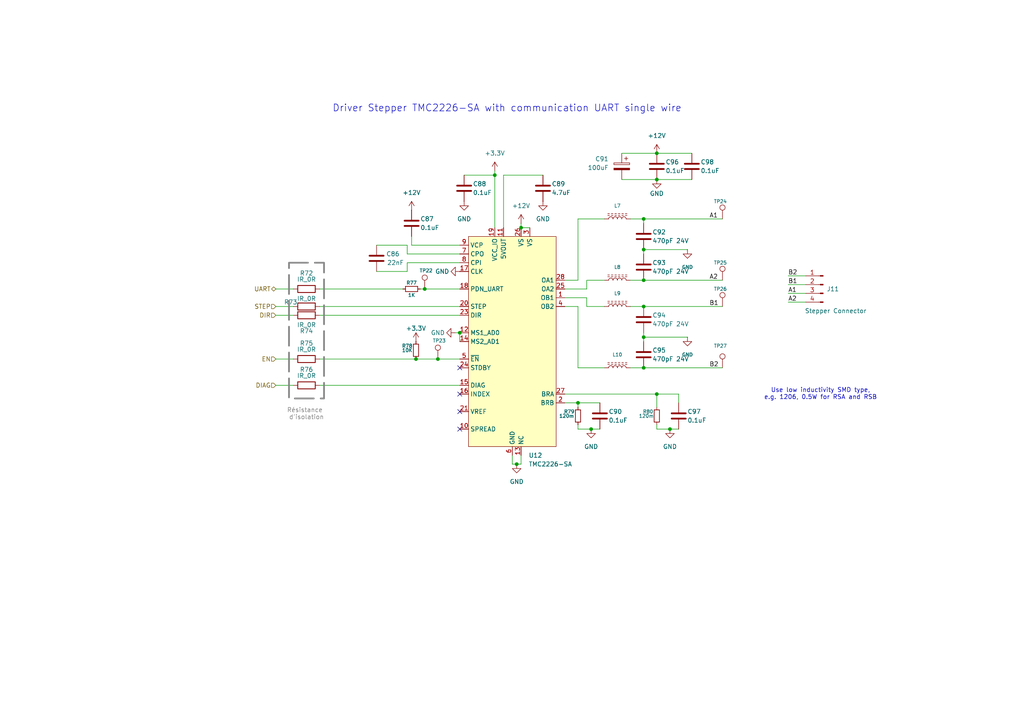
<source format=kicad_sch>
(kicad_sch (version 20231120) (generator "eeschema") (generator_version "8.0")
  (paper "A4")
  (lib_symbols
    (symbol "PnP_Mother_Board:+3.3V" (power) (pin_numbers hide) (pin_names (offset 0) hide)
      (property "Value" "+3.3V" (at 0 3.556 0))
      (symbol "+3.3V_0_1"
        (polyline (pts (xy -0.762 1.27) (xy 0 2.54)))
        (polyline (pts (xy 0 0) (xy 0 2.54)))
        (polyline (pts (xy 0 2.54) (xy 0.762 1.27)))
      )
      (symbol "+3.3V_1_1"
        (pin power_in line (at 0 0 90) (length 0) (name "~") (number "1"))
      )
    )
    (symbol "PnP_Mother_Board:+5V" (power) (pin_numbers hide) (pin_names (offset 0) hide)
      (property "Value" "+5V" (at 0 3.556 0))
      (symbol "+5V_0_1"
        (polyline (pts (xy -0.762 1.27) (xy 0 2.54)))
        (polyline (pts (xy 0 0) (xy 0 2.54)))
        (polyline (pts (xy 0 2.54) (xy 0.762 1.27)))
      )
      (symbol "+5V_1_1"
        (pin power_in line (at 0 0 90) (length 0) (name "~") (number "1"))
      )
    )
    (symbol "PnP_Mother_Board:C" (pin_numbers hide) (pin_names (offset 0.254))
      (property "Reference" "C" (at 0.635 2.54 0))
      (property "Value" "C" (at 0.635 -2.54 0))
      (symbol "C_0_1"
        (polyline (pts (xy -2.032 -0.762) (xy 2.032 -0.762)) (stroke (width 0.508)))
        (polyline (pts (xy -2.032 0.762) (xy 2.032 0.762)) (stroke (width 0.508)))
      )
      (symbol "C_1_1"
        (pin passive line (at 0 3.81 270) (length 2.794) (name "~") (number "1"))
        (pin passive line (at 0 -3.81 90) (length 2.794) (name "~") (number "2"))
      )
    )
    (symbol "PnP_Mother_Board:C_Polarized" (pin_numbers hide) (pin_names (offset 0.254))
      (property "Reference" "C" (at 0.635 2.54 0))
      (property "Value" "C_Polarized" (at 0.635 -2.54 0))
      (symbol "C_Polarized_0_1"
        (rectangle (start -2.286 0.508) (end 2.286 1.016))
        (polyline (pts (xy -1.778 2.286) (xy -0.762 2.286)))
        (polyline (pts (xy -1.27 2.794) (xy -1.27 1.778)))
        (rectangle (start 2.286 -0.508) (end -2.286 -1.016) (fill (type outline)))
      )
      (symbol "C_Polarized_1_1"
        (pin passive line (at 0 3.81 270) (length 2.794) (name "~") (number "1"))
        (pin passive line (at 0 -3.81 90) (length 2.794) (name "~") (number "2"))
      )
    )
    (symbol "PnP_Mother_Board:Conn_01x04_Pin" (pin_names (offset 1.016) hide)
      (property "Reference" "J" (at 0 5.08 0))
      (property "Value" "Conn_01x04_Pin" (at 0 -7.62 0))
      (symbol "Conn_01x04_Pin_1_1"
        (polyline (pts (xy 1.27 -5.08) (xy 0.8636 -5.08)) (stroke (width 0.1524)))
        (polyline (pts (xy 1.27 -2.54) (xy 0.8636 -2.54)) (stroke (width 0.1524)))
        (polyline (pts (xy 1.27 0) (xy 0.8636 0)) (stroke (width 0.1524)))
        (polyline (pts (xy 1.27 2.54) (xy 0.8636 2.54)) (stroke (width 0.1524)))
        (rectangle (start 0.8636 -4.953) (end 0 -5.207) (stroke (width 0.1524)) (fill (type outline)))
        (rectangle (start 0.8636 -2.413) (end 0 -2.667) (stroke (width 0.1524)) (fill (type outline)))
        (rectangle (start 0.8636 0.127) (end 0 -0.127) (stroke (width 0.1524)) (fill (type outline)))
        (rectangle (start 0.8636 2.667) (end 0 2.413) (stroke (width 0.1524)) (fill (type outline)))
        (pin passive line (at 5.08 2.54 180) (length 3.81) (name "Pin_1") (number "1"))
        (pin passive line (at 5.08 0 180) (length 3.81) (name "Pin_2") (number "2"))
        (pin passive line (at 5.08 -2.54 180) (length 3.81) (name "Pin_3") (number "3"))
        (pin passive line (at 5.08 -5.08 180) (length 3.81) (name "Pin_4") (number "4"))
      )
    )
    (symbol "PnP_Mother_Board:GND" (power) (pin_numbers hide) (pin_names (offset 0) hide)
      (property "Value" "GND" (at 0 -3.81 0))
      (symbol "GND_0_1"
        (polyline (pts (xy 0 0) (xy 0 -1.27) (xy 1.27 -1.27) (xy 0 -2.54) (xy -1.27 -1.27) (xy 0 -1.27)))
      )
      (symbol "GND_1_1"
        (pin power_in line (at 0 0 270) (length 0) (name "~") (number "1"))
      )
    )
    (symbol "PnP_Mother_Board:L_Ferrite" (pin_numbers hide) (pin_names (offset 1.016) hide)
      (property "Reference" "L" (at -1.27 0 90))
      (property "Value" "L_Ferrite" (at 2.794 0 90))
      (symbol "L_Ferrite_0_1"
        (arc (start 0 -2.54) (mid 0.6323 -1.905) (end 0 -1.27))
        (arc (start 0 -1.27) (mid 0.6323 -0.635) (end 0 0))
        (polyline (pts (xy 1.016 -2.794) (xy 1.016 -2.286)))
        (polyline (pts (xy 1.016 -1.778) (xy 1.016 -1.27)))
        (polyline (pts (xy 1.016 -0.762) (xy 1.016 -0.254)))
        (polyline (pts (xy 1.016 0.254) (xy 1.016 0.762)))
        (polyline (pts (xy 1.016 1.27) (xy 1.016 1.778)))
        (polyline (pts (xy 1.016 2.286) (xy 1.016 2.794)))
        (polyline (pts (xy 1.524 -2.286) (xy 1.524 -2.794)))
        (polyline (pts (xy 1.524 -1.27) (xy 1.524 -1.778)))
        (polyline (pts (xy 1.524 -0.254) (xy 1.524 -0.762)))
        (polyline (pts (xy 1.524 0.762) (xy 1.524 0.254)))
        (polyline (pts (xy 1.524 1.778) (xy 1.524 1.27)))
        (polyline (pts (xy 1.524 2.794) (xy 1.524 2.286)))
        (arc (start 0 0) (mid 0.6323 0.635) (end 0 1.27))
        (arc (start 0 1.27) (mid 0.6323 1.905) (end 0 2.54))
      )
      (symbol "L_Ferrite_1_1"
        (pin passive line (at 0 3.81 270) (length 1.27) (name "1") (number "1"))
        (pin passive line (at 0 -3.81 90) (length 1.27) (name "2") (number "2"))
      )
    )
    (symbol "PnP_Mother_Board:R" (pin_numbers hide) (pin_names (offset 0))
      (property "Reference" "R" (at 2.032 0 90))
      (property "Value" "R" (at 0 0 90))
      (symbol "R_0_1"
        (rectangle (start -1.016 -2.54) (end 1.016 2.54) (stroke (width 0.254)))
      )
      (symbol "R_1_1"
        (pin passive line (at 0 3.81 270) (length 1.27) (name "~") (number "1"))
        (pin passive line (at 0 -3.81 90) (length 1.27) (name "~") (number "2"))
      )
    )
    (symbol "PnP_Mother_Board:R_Small" (pin_numbers hide) (pin_names (offset 0.254) hide)
      (property "Reference" "R" (at 0.762 0.508 0))
      (property "Value" "R_Small" (at 0.762 -1.016 0))
      (symbol "R_Small_0_1"
        (rectangle (start -0.762 1.778) (end 0.762 -1.778) (stroke (width 0.2032)))
      )
      (symbol "R_Small_1_1"
        (pin passive line (at 0 2.54 270) (length 0.762) (name "~") (number "1"))
        (pin passive line (at 0 -2.54 90) (length 0.762) (name "~") (number "2"))
      )
    )
    (symbol "PnP_Mother_Board:TMC2226-SA"
      (property "Reference" "U" (at 0 0 0))
      (property "Value" "TMC2226-SA" (at 5.08 -2.54 0))
      (symbol "TMC2226-SA_1_1"
        (rectangle (start -12.7 30.48) (end 12.7 -30.48) (fill (type background)))
        (pin output line (at 15.24 12.7 180) (length 2.54) (name "OB1") (number "1"))
        (pin input line (at -15.24 -25.4 0) (length 2.54) (name "SPREAD") (number "10"))
        (pin power_out line (at -2.54 33.02 270) (length 2.54) (name "5VOUT") (number "11"))
        (pin input line (at -15.24 2.54 0) (length 2.54) (name "MS1_AD0") (number "12"))
        (pin passive line (at 2.54 -33.02 90) (length 2.54) (name "NC") (number "13"))
        (pin input line (at -15.24 0 0) (length 2.54) (name "MS2_AD1") (number "14"))
        (pin output line (at -15.24 -12.7 0) (length 2.54) (name "DIAG") (number "15"))
        (pin output line (at -15.24 -15.24 0) (length 2.54) (name "INDEX") (number "16"))
        (pin input line (at -15.24 20.32 0) (length 2.54) (name "CLK") (number "17"))
        (pin bidirectional line (at -15.24 15.24 0) (length 2.54) (name "PDN_UART") (number "18"))
        (pin power_in line (at -5.08 33.02 270) (length 2.54) (name "VCC_IO") (number "19"))
        (pin passive line (at 15.24 -17.78 180) (length 2.54) (name "BRB") (number "2"))
        (pin input line (at -15.24 10.16 0) (length 2.54) (name "STEP") (number "20"))
        (pin passive line (at -15.24 -20.32 0) (length 2.54) (name "VREF") (number "21"))
        (pin passive line (at 0 -33.02 90) (length 2.54) hide (name "GND") (number "22"))
        (pin input line (at -15.24 7.62 0) (length 2.54) (name "DIR") (number "23"))
        (pin input line (at -15.24 -7.62 0) (length 2.54) (name "STDBY") (number "24"))
        (pin output line (at 15.24 15.24 180) (length 2.54) (name "OA2") (number "25"))
        (pin power_in line (at 2.54 33.02 270) (length 2.54) (name "VS") (number "26"))
        (pin passive line (at 15.24 -15.24 180) (length 2.54) (name "BRA") (number "27"))
        (pin output line (at 15.24 17.78 180) (length 2.54) (name "OA1") (number "28"))
        (pin passive line (at 0 -33.02 90) (length 2.54) hide (name "GND") (number "29"))
        (pin power_in line (at 5.08 33.02 270) (length 2.54) (name "VS") (number "3"))
        (pin output line (at 15.24 10.16 180) (length 2.54) (name "OB2") (number "4"))
        (pin input line (at -15.24 -5.08 0) (length 2.54) (name "~{EN}") (number "5"))
        (pin power_in line (at 0 -33.02 90) (length 2.54) (name "GND") (number "6"))
        (pin input line (at -15.24 25.4 0) (length 2.54) (name "CPO") (number "7"))
        (pin input line (at -15.24 22.86 0) (length 2.54) (name "CPI") (number "8"))
        (pin passive line (at -15.24 27.94 0) (length 2.54) (name "VCP") (number "9"))
      )
    )
    (symbol "PnP_Mother_Board:TestPoint" (pin_numbers hide) (pin_names (offset 0.762) hide)
      (property "Reference" "TP" (at 0 6.858 0))
      (property "Value" "TestPoint" (at 0 5.08 0))
      (symbol "TestPoint_0_1"
        (circle (center 0 3.302) (radius 0.762))
      )
      (symbol "TestPoint_1_1"
        (pin passive line (at 0 0 90) (length 2.54) (name "1") (number "1"))
      )
    )
  )
  (junction (at 190.5 52.07))
  (junction (at 186.69 72.39))
  (junction (at 143.51 50.8))
  (junction (at 123.19 83.82))
  (junction (at 167.64 116.84))
  (junction (at 186.69 88.9))
  (junction (at 194.31 124.46))
  (junction (at 171.45 124.46))
  (junction (at 186.69 106.68))
  (junction (at 190.5 114.3))
  (junction (at 127 104.14))
  (junction (at 186.69 81.28))
  (junction (at 133.35 96.52))
  (junction (at 186.69 97.79))
  (junction (at 149.86 134.62))
  (junction (at 190.5 44.45))
  (junction (at 120.65 104.14))
  (junction (at 151.13 66.04))
  (junction (at 186.69 63.5))
  (no_connect (at 133.35 114.3))
  (no_connect (at 133.35 119.38))
  (no_connect (at 133.35 124.46))
  (no_connect (at 133.35 106.68))
  (wire (pts (xy 143.51 50.8) (xy 134.62 50.8)))
  (wire (pts (xy 186.69 97.79) (xy 186.69 99.06)))
  (wire (pts (xy 190.5 124.46) (xy 194.31 124.46)))
  (wire (pts (xy 127 104.14) (xy 133.35 104.14)))
  (wire (pts (xy 163.83 81.28) (xy 167.64 81.28)))
  (wire (pts (xy 120.65 104.14) (xy 127 104.14)))
  (wire (pts (xy 132.08 96.52) (xy 133.35 96.52)))
  (wire (pts (xy 186.69 63.5) (xy 209.55 63.5)))
  (wire (pts (xy 190.5 52.07) (xy 200.66 52.07)))
  (wire (pts (xy 182.88 63.5) (xy 186.69 63.5)))
  (wire (pts (xy 186.69 63.5) (xy 186.69 64.77)))
  (wire (pts (xy 163.83 116.84) (xy 167.64 116.84)))
  (wire (pts (xy 146.05 66.04) (xy 146.05 50.8)))
  (wire (pts (xy 199.39 72.39) (xy 186.69 72.39)))
  (wire (pts (xy 186.69 81.28) (xy 209.55 81.28)))
  (wire (pts (xy 151.13 134.62) (xy 149.86 134.62)))
  (wire (pts (xy 170.18 86.36) (xy 170.18 88.9)))
  (wire (pts (xy 80.01 91.44) (xy 85.09 91.44)))
  (wire (pts (xy 190.5 114.3) (xy 163.83 114.3)))
  (wire (pts (xy 199.39 97.79) (xy 186.69 97.79)))
  (wire (pts (xy 186.69 106.68) (xy 209.55 106.68)))
  (wire (pts (xy 186.69 72.39) (xy 186.69 73.66)))
  (wire (pts (xy 194.31 124.46) (xy 196.85 124.46)))
  (wire (pts (xy 121.92 83.82) (xy 123.19 83.82)))
  (wire (pts (xy 170.18 81.28) (xy 175.26 81.28)))
  (wire (pts (xy 163.83 83.82) (xy 170.18 83.82)))
  (wire (pts (xy 196.85 116.84) (xy 196.85 114.3)))
  (wire (pts (xy 80.01 88.9) (xy 85.09 88.9)))
  (wire (pts (xy 92.71 91.44) (xy 133.35 91.44)))
  (wire (pts (xy 143.51 50.8) (xy 143.51 66.04)))
  (wire (pts (xy 182.88 106.68) (xy 186.69 106.68)))
  (wire (pts (xy 118.11 76.2) (xy 133.35 76.2)))
  (wire (pts (xy 92.71 104.14) (xy 120.65 104.14)))
  (wire (pts (xy 92.71 88.9) (xy 133.35 88.9)))
  (wire (pts (xy 196.85 114.3) (xy 190.5 114.3)))
  (wire (pts (xy 171.45 124.46) (xy 173.99 124.46)))
  (wire (pts (xy 190.5 123.19) (xy 190.5 124.46)))
  (wire (pts (xy 186.69 88.9) (xy 209.55 88.9)))
  (wire (pts (xy 92.71 111.76) (xy 133.35 111.76)))
  (wire (pts (xy 92.71 83.82) (xy 116.84 83.82)))
  (wire (pts (xy 167.64 116.84) (xy 167.64 118.11)))
  (wire (pts (xy 123.19 83.82) (xy 133.35 83.82)))
  (wire (pts (xy 180.34 44.45) (xy 190.5 44.45)))
  (wire (pts (xy 119.38 68.58) (xy 119.38 71.12)))
  (wire (pts (xy 167.64 63.5) (xy 175.26 63.5)))
  (wire (pts (xy 228.6 80.01) (xy 233.68 80.01)))
  (wire (pts (xy 170.18 88.9) (xy 175.26 88.9)))
  (wire (pts (xy 118.11 73.66) (xy 118.11 71.12)))
  (wire (pts (xy 151.13 132.08) (xy 151.13 134.62)))
  (wire (pts (xy 167.64 123.19) (xy 167.64 124.46)))
  (wire (pts (xy 80.01 104.14) (xy 85.09 104.14)))
  (wire (pts (xy 118.11 78.74) (xy 118.11 76.2)))
  (wire (pts (xy 80.01 83.82) (xy 85.09 83.82)))
  (wire (pts (xy 146.05 50.8) (xy 157.48 50.8)))
  (wire (pts (xy 175.26 106.68) (xy 167.64 106.68)))
  (wire (pts (xy 182.88 81.28) (xy 186.69 81.28)))
  (wire (pts (xy 167.64 116.84) (xy 173.99 116.84)))
  (wire (pts (xy 190.5 114.3) (xy 190.5 118.11)))
  (wire (pts (xy 133.35 96.52) (xy 133.35 99.06)))
  (wire (pts (xy 149.86 134.62) (xy 148.59 134.62)))
  (wire (pts (xy 190.5 44.45) (xy 200.66 44.45)))
  (wire (pts (xy 180.34 52.07) (xy 190.5 52.07)))
  (wire (pts (xy 228.6 85.09) (xy 233.68 85.09)))
  (wire (pts (xy 151.13 64.77) (xy 151.13 66.04)))
  (wire (pts (xy 133.35 73.66) (xy 118.11 73.66)))
  (wire (pts (xy 151.13 66.04) (xy 153.67 66.04)))
  (wire (pts (xy 143.51 49.53) (xy 143.51 50.8)))
  (wire (pts (xy 182.88 88.9) (xy 186.69 88.9)))
  (wire (pts (xy 119.38 71.12) (xy 133.35 71.12)))
  (wire (pts (xy 109.22 78.74) (xy 118.11 78.74)))
  (wire (pts (xy 170.18 81.28) (xy 170.18 83.82)))
  (wire (pts (xy 163.83 86.36) (xy 170.18 86.36)))
  (wire (pts (xy 228.6 87.63) (xy 233.68 87.63)))
  (wire (pts (xy 167.64 106.68) (xy 167.64 88.9)))
  (wire (pts (xy 186.69 96.52) (xy 186.69 97.79)))
  (wire (pts (xy 228.6 82.55) (xy 233.68 82.55)))
  (wire (pts (xy 167.64 81.28) (xy 167.64 63.5)))
  (wire (pts (xy 148.59 132.08) (xy 148.59 134.62)))
  (wire (pts (xy 163.83 88.9) (xy 167.64 88.9)))
  (wire (pts (xy 118.11 71.12) (xy 109.22 71.12)))
  (wire (pts (xy 167.64 124.46) (xy 171.45 124.46)))
  (wire (pts (xy 80.01 111.76) (xy 85.09 111.76)))
  (rectangle (start 83.82 76.2) (end 93.98 115.57) (stroke (width 0.5) (type dash) (color 132 132 132 1)))
  (text "Driver Stepper TMC2226-SA with communication UART single wire\n" (at 147.066 31.496 0) (effects (font (size 2 2))))
  (text "Use low inductivity SMD type,\ne.g. 1206, 0.5W for RSA and RSB" (at 237.998 114.3 0) (effects (font (size 1.27 1.27))))
  (text "Résistance \nd'isolation" (at 88.9 120.142 0) (effects (font (size 1.27 1.27))))
  (label "A2" (at 205.74 81.28 0))
  (label "A2" (at 228.6 87.63 0))
  (label "A1" (at 228.6 85.09 0))
  (label "A1" (at 205.74 63.5 0))
  (label "B1" (at 228.6 82.55 0))
  (label "B2" (at 228.6 80.01 0))
  (label "B1" (at 205.74 88.9 0))
  (label "B2" (at 205.74 106.68 0))
  (hierarchical_label "DIAG" (shape input) (at 80.01 111.76 180))
  (hierarchical_label "UART" (shape bidirectional) (at 80.01 83.82 180))
  (hierarchical_label "STEP" (shape input) (at 80.01 88.9 180))
  (hierarchical_label "EN" (shape input) (at 80.01 104.14 180))
  (hierarchical_label "DIR" (shape input) (at 80.01 91.44 180))
  (symbol (lib_id "PnP_Mother_Board:+3.3V") (at 120.65 99.06 0) (unit 1)
    (property "Reference" "#PWR0109" (effects (hide yes)))
    (property "Value" "+3.3V" (at 120.65 95.25 0))
    (property "Description" "Power symbol creates a global label with name \"+3.3V\"" (effects (hide yes)))
    (instances (project "PnP_Mother_Board" (path "" (reference "#PWR0109") (unit 1)) (path "" (reference "#PWR0124") (unit 1)) (path "" (reference "#PWR094") (unit 1))))
  )
  (symbol (lib_id "PnP_Mother_Board:R") (at 88.9 104.14 90) (unit 1)
    (property "Reference" "R75" (at 88.9 99.568 90))
    (property "Value" "IR_0R" (at 88.9 101.346 90))
    (property "Footprint" "Resistor_SMD:R_0805_2012Metric_Pad1.20x1.40mm_HandSolder" (effects (hide yes)))
    (property "Description" "Resistor" (effects (hide yes)))
    (instances (project "PnP_Mother_Board" (path "" (reference "R75") (unit 1)) (path "" (reference "R84") (unit 1)) (path "" (reference "R66") (unit 1))))
  )
  (symbol (lib_id "PnP_Mother_Board:Conn_01x04_Pin") (at 238.76 82.55 0) (mirror y) (unit 1)
    (property "Reference" "J11" (at 239.776 83.82 0) (effects (justify right)))
    (property "Value" "Stepper Connector" (at 233.426 90.17 0) (effects (justify right)))
    (property "Description" "Generic connector, single row, 01x04, script generated" (effects (hide yes)))
    (instances (project "PnP_Mother_Board" (path "" (reference "J11") (unit 1)) (path "" (reference "J12") (unit 1)) (path "" (reference "J10") (unit 1))))
  )
  (symbol (lib_id "PnP_Mother_Board:R_Small") (at 167.64 120.65 180) (unit 1)
    (property "Reference" "R79" (at 165.1 119.38 0) (effects (font (size 1 1))))
    (property "Value" "120m" (at 164.338 120.65 0) (effects (font (size 1 1))))
    (property "Footprint" "Resistor_SMD:R_0805_2012Metric_Pad1.20x1.40mm_HandSolder" (effects (hide yes)))
    (property "JLCPCB" "C17513" (effects (hide yes)))
    (property "LCSC" "C17513" (effects (hide yes)))
    (instances (project "PnP_Mother_Board" (path "" (reference "R79") (unit 1)) (path "" (reference "R88") (unit 1)) (path "" (reference "R70") (unit 1))))
  )
  (symbol (lib_id "PnP_Mother_Board:TestPoint") (at 209.55 81.28 0) (unit 1)
    (property "Reference" "TP25" (at 207.01 76.2 0) (effects (font (size 1 1)) (justify left)))
    (property "Value" "TestPoint" (effects (hide yes)))
    (property "Footprint" "TestPoint:TestPoint_Keystone_5000-5004_Miniature" (effects (hide yes)))
    (property "Description" "test point" (effects (hide yes)))
    (instances (project "PnP_Mother_Board" (path "" (reference "TP25") (unit 1)) (path "" (reference "TP31") (unit 1)) (path "" (reference "TP19") (unit 1))))
  )
  (symbol (lib_id "PnP_Mother_Board:R") (at 88.9 83.82 90) (unit 1)
    (property "Reference" "R72" (at 88.9 79.248 90))
    (property "Value" "IR_0R" (at 88.9 81.026 90))
    (property "Footprint" "Resistor_SMD:R_0805_2012Metric_Pad1.20x1.40mm_HandSolder" (effects (hide yes)))
    (property "Description" "Resistor" (effects (hide yes)))
    (instances (project "PnP_Mother_Board" (path "" (reference "R72") (unit 1)) (path "" (reference "R81") (unit 1)) (path "" (reference "R63") (unit 1))))
  )
  (symbol (lib_id "PnP_Mother_Board:GND") (at 134.62 58.42 0) (unit 1)
    (property "Reference" "#PWR0112" (effects (hide yes)))
    (property "Value" "GND" (at 134.62 63.5 0))
    (property "Description" "Power symbol creates a global label with name \"GND\" , ground" (effects (hide yes)))
    (instances (project "PnP_Mother_Board" (path "" (reference "#PWR0112") (unit 1)) (path "" (reference "#PWR0127") (unit 1)) (path "" (reference "#PWR097") (unit 1))))
  )
  (symbol (lib_id "PnP_Mother_Board:C") (at 196.85 120.65 0) (unit 1)
    (property "Reference" "C97" (at 199.39 119.38 0) (effects (justify left)))
    (property "Value" "0.1uF" (at 199.39 121.92 0) (effects (justify left)))
    (property "Footprint" "Capacitor_SMD:C_0805_2012Metric_Pad1.18x1.45mm_HandSolder" (effects (hide yes)))
    (property "Description" "Unpolarized capacitor" (effects (hide yes)))
    (instances (project "PnP_Mother_Board" (path "" (reference "C97") (unit 1)) (path "" (reference "C110") (unit 1)) (path "" (reference "C84") (unit 1))))
  )
  (symbol (lib_id "PnP_Mother_Board:R_Small") (at 120.65 101.6 180) (unit 1)
    (property "Reference" "R78" (at 118.11 100.33 0) (effects (font (size 1 1))))
    (property "Value" "10K" (at 118.11 101.6 0) (effects (font (size 1 1))))
    (property "Footprint" "Resistor_SMD:R_0805_2012Metric_Pad1.20x1.40mm_HandSolder" (effects (hide yes)))
    (property "JLCPCB" "C17513" (effects (hide yes)))
    (property "LCSC" "C17513" (effects (hide yes)))
    (instances (project "PnP_Mother_Board" (path "" (reference "R78") (unit 1)) (path "" (reference "R87") (unit 1)) (path "" (reference "R69") (unit 1))))
  )
  (symbol (lib_id "PnP_Mother_Board:L_Ferrite") (at 179.07 63.5 90) (unit 1)
    (property "Reference" "L7" (at 179.07 59.69 90) (effects (font (size 1 1))))
    (property "Value" "L_Ferrite" (effects (hide yes)))
    (property "Footprint" "Inductor_SMD:L_0805_2012Metric" (effects (hide yes)))
    (property "JLCPCB" "C307776" (effects (hide yes)))
    (property "LCSC" "C307776" (effects (hide yes)))
    (instances (project "PnP_Mother_Board" (path "" (reference "L7") (unit 1)) (path "" (reference "L11") (unit 1)) (path "" (reference "L3") (unit 1))))
  )
  (symbol (lib_id "PnP_Mother_Board:+5V") (at 119.38 60.96 0) (unit 1)
    (property "Reference" "#PWR0108" (effects (hide yes)))
    (property "Value" "+12V" (at 119.38 55.88 0))
    (property "Description" "Power symbol creates a global label with name \"+5V\"" (effects (hide yes)))
    (instances (project "PnP_Mother_Board" (path "" (reference "#PWR0108") (unit 1)) (path "" (reference "#PWR0123") (unit 1)) (path "" (reference "#PWR093") (unit 1))))
  )
  (symbol (lib_id "PnP_Mother_Board:C") (at 173.99 120.65 0) (unit 1)
    (property "Reference" "C90" (at 176.53 119.38 0) (effects (justify left)))
    (property "Value" "0.1uF" (at 176.53 121.92 0) (effects (justify left)))
    (property "Footprint" "Capacitor_SMD:C_0805_2012Metric_Pad1.18x1.45mm_HandSolder" (effects (hide yes)))
    (property "Description" "Unpolarized capacitor" (effects (hide yes)))
    (instances (project "PnP_Mother_Board" (path "" (reference "C90") (unit 1)) (path "" (reference "C103") (unit 1)) (path "" (reference "C77") (unit 1))))
  )
  (symbol (lib_id "PnP_Mother_Board:C") (at 190.5 48.26 0) (unit 1)
    (property "Reference" "C96" (at 193.04 46.99 0) (effects (justify left)))
    (property "Value" "0.1uF" (at 193.04 49.53 0) (effects (justify left)))
    (property "Footprint" "Capacitor_SMD:C_0805_2012Metric_Pad1.18x1.45mm_HandSolder" (effects (hide yes)))
    (property "Description" "Unpolarized capacitor" (effects (hide yes)))
    (instances (project "PnP_Mother_Board" (path "" (reference "C96") (unit 1)) (path "" (reference "C109") (unit 1)) (path "" (reference "C83") (unit 1))))
  )
  (symbol (lib_id "PnP_Mother_Board:R") (at 88.9 91.44 270) (unit 1)
    (property "Reference" "R74" (at 88.9 96.012 90))
    (property "Value" "IR_0R" (at 88.9 94.234 90))
    (property "Footprint" "Resistor_SMD:R_0805_2012Metric_Pad1.20x1.40mm_HandSolder" (effects (hide yes)))
    (property "Description" "Resistor" (effects (hide yes)))
    (instances (project "PnP_Mother_Board" (path "" (reference "R74") (unit 1)) (path "" (reference "R83") (unit 1)) (path "" (reference "R65") (unit 1))))
  )
  (symbol (lib_id "PnP_Mother_Board:R") (at 88.9 88.9 90) (unit 1)
    (property "Reference" "R73" (at 84.328 87.63 90))
    (property "Value" "IR_0R" (at 88.9 86.614 90))
    (property "Footprint" "Resistor_SMD:R_0805_2012Metric_Pad1.20x1.40mm_HandSolder" (effects (hide yes)))
    (property "Description" "Resistor" (effects (hide yes)))
    (instances (project "PnP_Mother_Board" (path "" (reference "R73") (unit 1)) (path "" (reference "R82") (unit 1)) (path "" (reference "R64") (unit 1))))
  )
  (symbol (lib_id "PnP_Mother_Board:GND") (at 194.31 124.46 0) (unit 1)
    (property "Reference" "#PWR0120" (effects (hide yes)))
    (property "Value" "GND" (at 194.31 129.54 0))
    (property "Description" "Power symbol creates a global label with name \"GND\" , ground" (effects (hide yes)))
    (instances (project "PnP_Mother_Board" (path "" (reference "#PWR0120") (unit 1)) (path "" (reference "#PWR0135") (unit 1)) (path "" (reference "#PWR0105") (unit 1))))
  )
  (symbol (lib_id "PnP_Mother_Board:C") (at 186.69 102.87 0) (unit 1)
    (property "Reference" "C95" (at 189.23 101.6 0) (effects (justify left)))
    (property "Value" "470pF 24V" (at 189.23 104.14 0) (effects (justify left)))
    (property "Footprint" "Capacitor_SMD:C_0805_2012Metric_Pad1.18x1.45mm_HandSolder" (effects (hide yes)))
    (property "Description" "Unpolarized capacitor" (effects (hide yes)))
    (instances (project "PnP_Mother_Board" (path "" (reference "C95") (unit 1)) (path "" (reference "C108") (unit 1)) (path "" (reference "C82") (unit 1))))
  )
  (symbol (lib_id "PnP_Mother_Board:TestPoint") (at 209.55 88.9 0) (unit 1)
    (property "Reference" "TP26" (at 207.01 83.82 0) (effects (font (size 1 1)) (justify left)))
    (property "Value" "TestPoint" (effects (hide yes)))
    (property "Footprint" "TestPoint:TestPoint_Keystone_5000-5004_Miniature" (effects (hide yes)))
    (property "Description" "test point" (effects (hide yes)))
    (instances (project "PnP_Mother_Board" (path "" (reference "TP26") (unit 1)) (path "" (reference "TP32") (unit 1)) (path "" (reference "TP20") (unit 1))))
  )
  (symbol (lib_id "PnP_Mother_Board:C") (at 109.22 74.93 0) (unit 1)
    (property "Reference" "C86" (at 112.014 73.66 0) (effects (justify left)))
    (property "Value" "22nF" (at 112.268 76.2 0) (effects (justify left)))
    (property "Footprint" "Capacitor_SMD:C_0805_2012Metric_Pad1.18x1.45mm_HandSolder" (effects (hide yes)))
    (property "Description" "Unpolarized capacitor" (effects (hide yes)))
    (instances (project "PnP_Mother_Board" (path "" (reference "C86") (unit 1)) (path "" (reference "C99") (unit 1)) (path "" (reference "C73") (unit 1))))
  )
  (symbol (lib_id "PnP_Mother_Board:TestPoint") (at 209.55 63.5 0) (unit 1)
    (property "Reference" "TP24" (at 207.01 58.42 0) (effects (font (size 1 1)) (justify left)))
    (property "Value" "TestPoint" (effects (hide yes)))
    (property "Footprint" "TestPoint:TestPoint_Keystone_5000-5004_Miniature" (effects (hide yes)))
    (property "Description" "test point" (effects (hide yes)))
    (instances (project "PnP_Mother_Board" (path "" (reference "TP24") (unit 1)) (path "" (reference "TP30") (unit 1)) (path "" (reference "TP18") (unit 1))))
  )
  (symbol (lib_id "PnP_Mother_Board:+5V") (at 190.5 44.45 0) (unit 1)
    (property "Reference" "#PWR0118" (effects (hide yes)))
    (property "Value" "+12V" (at 190.5 39.37 0))
    (property "Description" "Power symbol creates a global label with name \"+5V\"" (effects (hide yes)))
    (instances (project "PnP_Mother_Board" (path "" (reference "#PWR0118") (unit 1)) (path "" (reference "#PWR0133") (unit 1)) (path "" (reference "#PWR0103") (unit 1))))
  )
  (symbol (lib_id "PnP_Mother_Board:TestPoint") (at 127 104.14 0) (unit 1)
    (property "Reference" "TP23" (at 125.476 98.806 0) (effects (font (size 1 1)) (justify left)))
    (property "Value" "TestPoint" (effects (hide yes)))
    (property "Footprint" "TestPoint:TestPoint_Pad_D2.0mm" (effects (hide yes)))
    (property "Description" "test point" (effects (hide yes)))
    (instances (project "PnP_Mother_Board" (path "" (reference "TP23") (unit 1)) (path "" (reference "TP29") (unit 1)) (path "" (reference "TP17") (unit 1))))
  )
  (symbol (lib_id "PnP_Mother_Board:C") (at 134.62 54.61 0) (unit 1)
    (property "Reference" "C88" (at 137.16 53.34 0) (effects (justify left)))
    (property "Value" "0.1uF" (at 137.16 55.88 0) (effects (justify left)))
    (property "Footprint" "Capacitor_SMD:C_0805_2012Metric_Pad1.18x1.45mm_HandSolder" (effects (hide yes)))
    (property "Description" "Unpolarized capacitor" (effects (hide yes)))
    (instances (project "PnP_Mother_Board" (path "" (reference "C88") (unit 1)) (path "" (reference "C101") (unit 1)) (path "" (reference "C75") (unit 1))))
  )
  (symbol (lib_id "PnP_Mother_Board:GND") (at 199.39 72.39 0) (unit 1)
    (property "Reference" "#PWR0121" (effects (hide yes)))
    (property "Value" "GND" (at 199.39 77.47 0) (effects (font (size 1 1))))
    (instances (project "PnP_Mother_Board" (path "" (reference "#PWR0121") (unit 1)) (path "" (reference "#PWR0136") (unit 1)) (path "" (reference "#PWR0106") (unit 1))))
  )
  (symbol (lib_id "PnP_Mother_Board:L_Ferrite") (at 179.07 81.28 90) (unit 1)
    (property "Reference" "L8" (at 179.07 77.47 90) (effects (font (size 1 1))))
    (property "Value" "L_Ferrite" (effects (hide yes)))
    (property "Footprint" "Inductor_SMD:L_0805_2012Metric" (effects (hide yes)))
    (property "JLCPCB" "C307776" (effects (hide yes)))
    (property "LCSC" "C307776" (effects (hide yes)))
    (instances (project "PnP_Mother_Board" (path "" (reference "L8") (unit 1)) (path "" (reference "L12") (unit 1)) (path "" (reference "L4") (unit 1))))
  )
  (symbol (lib_id "PnP_Mother_Board:C") (at 157.48 54.61 0) (unit 1)
    (property "Reference" "C89" (at 160.02 53.34 0) (effects (justify left)))
    (property "Value" "4.7uF" (at 160.02 55.88 0) (effects (justify left)))
    (property "Footprint" "Capacitor_SMD:C_0805_2012Metric_Pad1.18x1.45mm_HandSolder" (effects (hide yes)))
    (property "Description" "Unpolarized capacitor" (effects (hide yes)))
    (instances (project "PnP_Mother_Board" (path "" (reference "C89") (unit 1)) (path "" (reference "C102") (unit 1)) (path "" (reference "C76") (unit 1))))
  )
  (symbol (lib_id "PnP_Mother_Board:R_Small") (at 190.5 120.65 180) (unit 1)
    (property "Reference" "R80" (at 187.96 119.38 0) (effects (font (size 1 1))))
    (property "Value" "120m" (at 187.452 120.65 0) (effects (font (size 1 1))))
    (property "Footprint" "Resistor_SMD:R_0805_2012Metric_Pad1.20x1.40mm_HandSolder" (effects (hide yes)))
    (property "JLCPCB" "C17513" (effects (hide yes)))
    (property "LCSC" "C17513" (effects (hide yes)))
    (instances (project "PnP_Mother_Board" (path "" (reference "R80") (unit 1)) (path "" (reference "R89") (unit 1)) (path "" (reference "R71") (unit 1))))
  )
  (symbol (lib_id "PnP_Mother_Board:+3.3V") (at 143.51 49.53 0) (unit 1)
    (property "Reference" "#PWR0113" (effects (hide yes)))
    (property "Value" "+3.3V" (at 143.51 44.45 0))
    (property "Description" "Power symbol creates a global label with name \"+3.3V\"" (effects (hide yes)))
    (instances (project "PnP_Mother_Board" (path "" (reference "#PWR0113") (unit 1)) (path "" (reference "#PWR0128") (unit 1)) (path "" (reference "#PWR098") (unit 1))))
  )
  (symbol (lib_id "PnP_Mother_Board:C") (at 119.38 64.77 0) (unit 1)
    (property "Reference" "C87" (at 121.92 63.5 0) (effects (justify left)))
    (property "Value" "0.1uF" (at 121.92 66.04 0) (effects (justify left)))
    (property "Footprint" "Capacitor_SMD:C_0805_2012Metric_Pad1.18x1.45mm_HandSolder" (effects (hide yes)))
    (property "Description" "Unpolarized capacitor" (effects (hide yes)))
    (instances (project "PnP_Mother_Board" (path "" (reference "C87") (unit 1)) (path "" (reference "C100") (unit 1)) (path "" (reference "C74") (unit 1))))
  )
  (symbol (lib_id "PnP_Mother_Board:R") (at 88.9 111.76 90) (unit 1)
    (property "Reference" "R76" (at 88.9 107.188 90))
    (property "Value" "IR_0R" (at 88.9 108.966 90))
    (property "Footprint" "Resistor_SMD:R_0805_2012Metric_Pad1.20x1.40mm_HandSolder" (effects (hide yes)))
    (property "Description" "Resistor" (effects (hide yes)))
    (instances (project "PnP_Mother_Board" (path "" (reference "R76") (unit 1)) (path "" (reference "R85") (unit 1)) (path "" (reference "R67") (unit 1))))
  )
  (symbol (lib_id "PnP_Mother_Board:GND") (at 171.45 124.46 0) (unit 1)
    (property "Reference" "#PWR0117" (effects (hide yes)))
    (property "Value" "GND" (at 171.45 129.54 0))
    (property "Description" "Power symbol creates a global label with name \"GND\" , ground" (effects (hide yes)))
    (instances (project "PnP_Mother_Board" (path "" (reference "#PWR0117") (unit 1)) (path "" (reference "#PWR0132") (unit 1)) (path "" (reference "#PWR0102") (unit 1))))
  )
  (symbol (lib_id "PnP_Mother_Board:C") (at 200.66 48.26 0) (unit 1)
    (property "Reference" "C98" (at 203.2 46.99 0) (effects (justify left)))
    (property "Value" "0.1uF" (at 203.2 49.53 0) (effects (justify left)))
    (property "Footprint" "Capacitor_SMD:C_0805_2012Metric_Pad1.18x1.45mm_HandSolder" (effects (hide yes)))
    (property "Description" "Unpolarized capacitor" (effects (hide yes)))
    (instances (project "PnP_Mother_Board" (path "" (reference "C98") (unit 1)) (path "" (reference "C111") (unit 1)) (path "" (reference "C85") (unit 1))))
  )
  (symbol (lib_id "PnP_Mother_Board:GND") (at 157.48 58.42 0) (unit 1)
    (property "Reference" "#PWR0116" (effects (hide yes)))
    (property "Value" "GND" (at 157.48 63.5 0))
    (property "Description" "Power symbol creates a global label with name \"GND\" , ground" (effects (hide yes)))
    (instances (project "PnP_Mother_Board" (path "" (reference "#PWR0116") (unit 1)) (path "" (reference "#PWR0131") (unit 1)) (path "" (reference "#PWR0101") (unit 1))))
  )
  (symbol (lib_id "PnP_Mother_Board:GND") (at 199.39 97.79 0) (unit 1)
    (property "Reference" "#PWR0122" (effects (hide yes)))
    (property "Value" "GND" (at 199.39 102.87 0) (effects (font (size 1 1))))
    (instances (project "PnP_Mother_Board" (path "" (reference "#PWR0122") (unit 1)) (path "" (reference "#PWR0137") (unit 1)) (path "" (reference "#PWR0107") (unit 1))))
  )
  (symbol (lib_id "PnP_Mother_Board:C") (at 186.69 77.47 0) (unit 1)
    (property "Reference" "C93" (at 189.23 76.2 0) (effects (justify left)))
    (property "Value" "470pF 24V" (at 189.23 78.74 0) (effects (justify left)))
    (property "Footprint" "Capacitor_SMD:C_0805_2012Metric_Pad1.18x1.45mm_HandSolder" (effects (hide yes)))
    (property "Description" "Unpolarized capacitor" (effects (hide yes)))
    (instances (project "PnP_Mother_Board" (path "" (reference "C93") (unit 1)) (path "" (reference "C106") (unit 1)) (path "" (reference "C80") (unit 1))))
  )
  (symbol (lib_id "PnP_Mother_Board:TMC2226-SA") (at 148.59 99.06 0) (unit 1)
    (property "Reference" "U12" (at 153.3241 132.08 0) (effects (justify left)))
    (property "Value" "TMC2226-SA" (at 153.3241 134.62 0) (effects (justify left)))
    (property "Footprint" "Package_SO:HTSSOP-28-1EP_4.4x9.7mm_P0.65mm_EP2.75x6.2mm_ThermalVias" (effects (hide yes)))
    (property "Datasheet" "https://www.trinamic.com/fileadmin/assets/Products/ICs_Documents/TMC2226_datasheet_rev1.10.pdf" (effects (hide yes)))
    (property "Description" "Power Driver For Stepper Motors, 2.0A, 4.75-29V, HTSSOP-28" (effects (hide yes)))
    (instances (project "PnP_Mother_Board" (path "" (reference "U12") (unit 1)) (path "" (reference "U13") (unit 1)) (path "" (reference "U11") (unit 1))))
  )
  (symbol (lib_id "PnP_Mother_Board:TestPoint") (at 123.19 83.82 0) (unit 1)
    (property "Reference" "TP22" (at 121.666 78.486 0) (effects (font (size 1 1)) (justify left)))
    (property "Value" "TestPoint" (effects (hide yes)))
    (property "Footprint" "TestPoint:TestPoint_Pad_D2.0mm" (effects (hide yes)))
    (property "Description" "test point" (effects (hide yes)))
    (instances (project "PnP_Mother_Board" (path "" (reference "TP22") (unit 1)) (path "" (reference "TP28") (unit 1)) (path "" (reference "TP16") (unit 1))))
  )
  (symbol (lib_id "PnP_Mother_Board:GND") (at 149.86 134.62 0) (unit 1)
    (property "Reference" "#PWR0114" (effects (hide yes)))
    (property "Value" "GND" (at 149.86 139.7 0))
    (property "Description" "Power symbol creates a global label with name \"GND\" , ground" (effects (hide yes)))
    (instances (project "PnP_Mother_Board" (path "" (reference "#PWR0114") (unit 1)) (path "" (reference "#PWR0129") (unit 1)) (path "" (reference "#PWR099") (unit 1))))
  )
  (symbol (lib_id "PnP_Mother_Board:L_Ferrite") (at 179.07 88.9 90) (unit 1)
    (property "Reference" "L9" (at 179.07 85.09 90) (effects (font (size 1 1))))
    (property "Value" "L_Ferrite" (effects (hide yes)))
    (property "Footprint" "Inductor_SMD:L_0805_2012Metric" (effects (hide yes)))
    (property "JLCPCB" "C307776" (effects (hide yes)))
    (property "LCSC" "C307776" (effects (hide yes)))
    (instances (project "PnP_Mother_Board" (path "" (reference "L9") (unit 1)) (path "" (reference "L13") (unit 1)) (path "" (reference "L5") (unit 1))))
  )
  (symbol (lib_id "PnP_Mother_Board:R_Small") (at 119.38 83.82 270) (unit 1)
    (property "Reference" "R77" (at 119.38 82.042 90) (effects (font (size 1 1))))
    (property "Value" "1K" (at 119.38 85.598 90) (effects (font (size 1 1))))
    (property "Footprint" "Resistor_SMD:R_0805_2012Metric_Pad1.20x1.40mm_HandSolder" (effects (hide yes)))
    (property "JLCPCB" "C17513" (effects (hide yes)))
    (property "LCSC" "C17513" (effects (hide yes)))
    (instances (project "PnP_Mother_Board" (path "" (reference "R77") (unit 1)) (path "" (reference "R86") (unit 1)) (path "" (reference "R68") (unit 1))))
  )
  (symbol (lib_id "PnP_Mother_Board:C") (at 186.69 68.58 0) (unit 1)
    (property "Reference" "C92" (at 189.23 67.31 0) (effects (justify left)))
    (property "Value" "470pF 24V" (at 189.23 69.85 0) (effects (justify left)))
    (property "Footprint" "Capacitor_SMD:C_0805_2012Metric_Pad1.18x1.45mm_HandSolder" (effects (hide yes)))
    (property "Description" "Unpolarized capacitor" (effects (hide yes)))
    (instances (project "PnP_Mother_Board" (path "" (reference "C92") (unit 1)) (path "" (reference "C105") (unit 1)) (path "" (reference "C79") (unit 1))))
  )
  (symbol (lib_id "PnP_Mother_Board:GND") (at 133.35 78.74 270) (unit 1)
    (property "Reference" "#PWR0111" (effects (hide yes)))
    (property "Value" "GND" (at 130.302 78.74 90) (effects (justify right)))
    (property "Description" "Power symbol creates a global label with name \"GND\" , ground" (effects (hide yes)))
    (instances (project "PnP_Mother_Board" (path "" (reference "#PWR0111") (unit 1)) (path "" (reference "#PWR0126") (unit 1)) (path "" (reference "#PWR096") (unit 1))))
  )
  (symbol (lib_id "PnP_Mother_Board:L_Ferrite") (at 179.07 106.68 90) (unit 1)
    (property "Reference" "L10" (at 179.07 102.87 90) (effects (font (size 1 1))))
    (property "Value" "L_Ferrite" (effects (hide yes)))
    (property "Footprint" "Inductor_SMD:L_0805_2012Metric" (effects (hide yes)))
    (property "JLCPCB" "C307776" (effects (hide yes)))
    (property "LCSC" "C307776" (effects (hide yes)))
    (instances (project "PnP_Mother_Board" (path "" (reference "L10") (unit 1)) (path "" (reference "L14") (unit 1)) (path "" (reference "L6") (unit 1))))
  )
  (symbol (lib_id "PnP_Mother_Board:C_Polarized") (at 180.34 48.26 0) (mirror y) (unit 1)
    (property "Reference" "C91" (at 176.53 46.1009 0) (effects (justify left)))
    (property "Value" "100uF" (at 176.53 48.6409 0) (effects (justify left)))
    (property "Footprint" "Capacitor_SMD:CP_Elec_6.3x7.7" (effects (hide yes)))
    (property "Datasheet" "https://www.mouser.be/datasheet/2/231/161587300510-2307174.pdf" (effects (hide yes)))
    (property "Description" "Polarized capacitor" (effects (hide yes)))
    (instances (project "PnP_Mother_Board" (path "" (reference "C91") (unit 1)) (path "" (reference "C104") (unit 1)) (path "" (reference "C78") (unit 1))))
  )
  (symbol (lib_id "PnP_Mother_Board:GND") (at 132.08 96.52 270) (unit 1)
    (property "Reference" "#PWR0110" (effects (hide yes)))
    (property "Value" "GND" (at 129.032 96.52 90) (effects (justify right)))
    (property "Description" "Power symbol creates a global label with name \"GND\" , ground" (effects (hide yes)))
    (instances (project "PnP_Mother_Board" (path "" (reference "#PWR0110") (unit 1)) (path "" (reference "#PWR0125") (unit 1)) (path "" (reference "#PWR095") (unit 1))))
  )
  (symbol (lib_id "PnP_Mother_Board:TestPoint") (at 209.55 106.68 0) (unit 1)
    (property "Reference" "TP27" (at 207.01 100.33 0) (effects (font (size 1 1)) (justify left)))
    (property "Value" "TestPoint" (effects (hide yes)))
    (property "Footprint" "TestPoint:TestPoint_Keystone_5000-5004_Miniature" (effects (hide yes)))
    (property "Description" "test point" (effects (hide yes)))
    (instances (project "PnP_Mother_Board" (path "" (reference "TP27") (unit 1)) (path "" (reference "TP33") (unit 1)) (path "" (reference "TP21") (unit 1))))
  )
  (symbol (lib_id "PnP_Mother_Board:C") (at 186.69 92.71 0) (unit 1)
    (property "Reference" "C94" (at 189.23 91.44 0) (effects (justify left)))
    (property "Value" "470pF 24V" (at 189.23 93.98 0) (effects (justify left)))
    (property "Footprint" "Capacitor_SMD:C_0805_2012Metric_Pad1.18x1.45mm_HandSolder" (effects (hide yes)))
    (property "Description" "Unpolarized capacitor" (effects (hide yes)))
    (instances (project "PnP_Mother_Board" (path "" (reference "C94") (unit 1)) (path "" (reference "C107") (unit 1)) (path "" (reference "C81") (unit 1))))
  )
  (symbol (lib_id "PnP_Mother_Board:GND") (at 190.5 52.07 0) (unit 1)
    (property "Reference" "#PWR0119" (effects (hide yes)))
    (property "Value" "GND" (at 190.5 56.134 0))
    (property "Description" "Power symbol creates a global label with name \"GND\" , ground" (effects (hide yes)))
    (instances (project "PnP_Mother_Board" (path "" (reference "#PWR0119") (unit 1)) (path "" (reference "#PWR0134") (unit 1)) (path "" (reference "#PWR0104") (unit 1))))
  )
  (symbol (lib_id "PnP_Mother_Board:+5V") (at 151.13 64.77 0) (unit 1)
    (property "Reference" "#PWR0115" (effects (hide yes)))
    (property "Value" "+12V" (at 151.13 59.69 0))
    (property "Description" "Power symbol creates a global label with name \"+5V\"" (effects (hide yes)))
    (instances (project "PnP_Mother_Board" (path "" (reference "#PWR0115") (unit 1)) (path "" (reference "#PWR0130") (unit 1)) (path "" (reference "#PWR0100") (unit 1))))
  )
)
</source>
